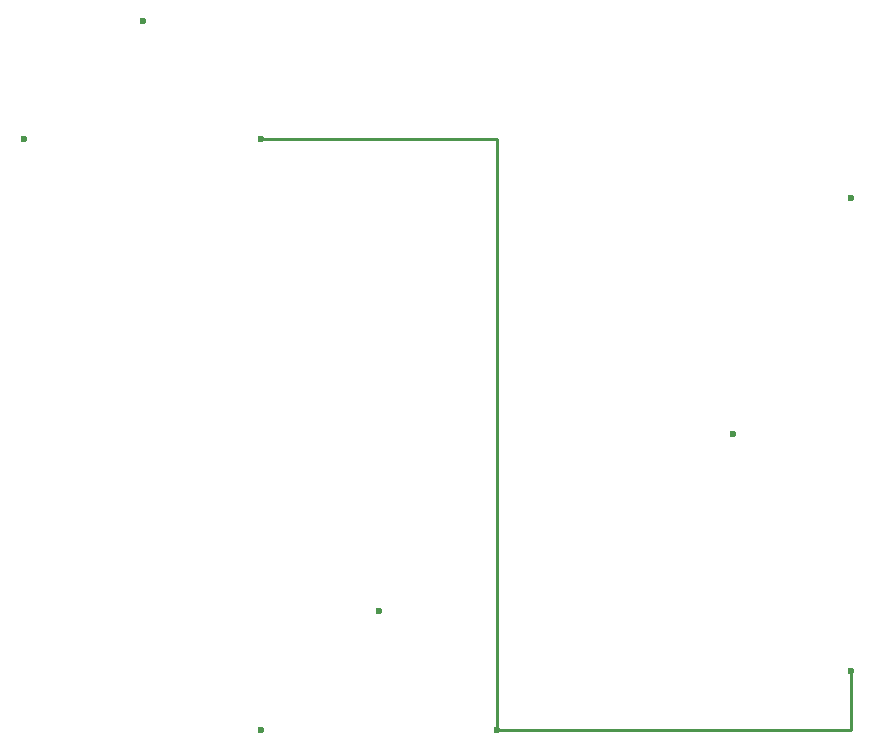
<source format=gbl>
G04 Created with the python gerber_writer 0.4.2.19*
G04 #@! TF.CreationDate,2024-10-24T15:17:27.951536*
G04 #@! TF.FileFunction,Copper,L4,Bottom,Signal*
G04 #@! TF.FilePolarity,Positive*
G04 #@! TF.GenerationSoftware,Devices-Lab,MakeDevice,0.1*
%MOMM*%
%FSLAX36Y36*%
G75*
G04 #@! TA.AperFunction,Conductor*
G04 #@! TAShape,Circle,0.254*
%ADD10C,0.254*%
G04 #@! TD*
G04 #@! TA.AperFunction,ViaPad*
G04 #@! TAShape,Circle,0.6*
%ADD11C,0.6*%
G04 #@! TD*
%LPD*%
D10*
X-5000000Y-25000000D02*
G01*
X25000000Y-25000000D01*
X25000000Y-20000000D01*
X-5000000Y-25000000D02*
X-5000000Y25000000D01*
X-25000000Y25000000D01*
D11*
X-15000000Y-15000000D03*
X-35000000Y35000000D03*
X25000000Y20000000D03*
X-5000000Y-25000000D03*
X-25000000Y25000000D03*
X25000000Y-20000000D03*
X-25000000Y-25000000D03*
X-45000000Y25000000D03*
X15000000Y0D03*
M02*
</source>
